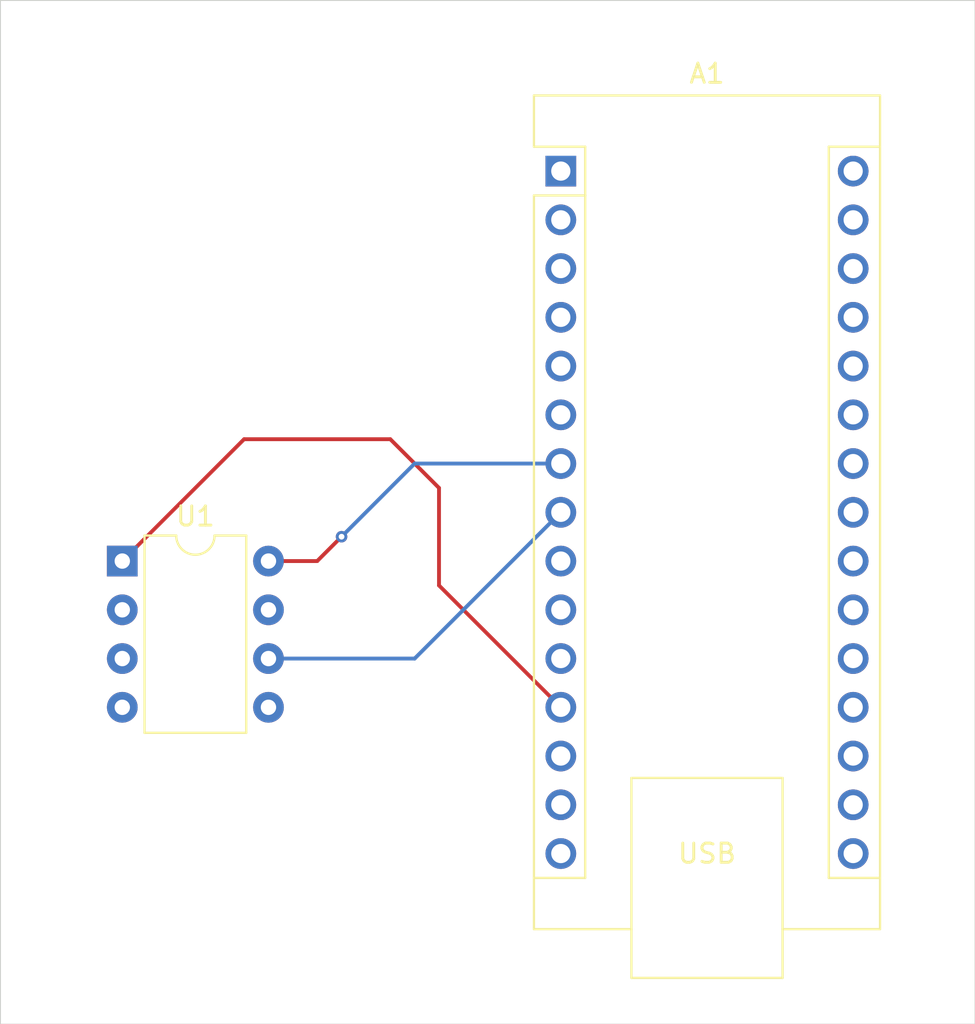
<source format=kicad_pcb>
(kicad_pcb (version 20240108) (generator "pcbnew") (generator_version "8.0")
  (layers (0 "F.Cu" signal) (31 "B.Cu" signal) (34 "B.Paste" user) (35 "F.Paste" user) (36 "B.SilkS" user "B.Silkscreen") (37 "F.SilkS" user "F.Silkscreen") (38 "B.Mask" user) (39 "F.Mask" user) (44 "Edge.Cuts" user))
  (net 0 "")
  (net 1 "Net-(A1-D5)")
  (net 4 "Net-(A1-D9)")
  (net 10 "Net-(A1-D4)")
  (footprint "Package_DIP:DIP-8_W7.62mm" (layer "F.Cu") (at 100.33 91.44)
    (property "Reference" "U1" (at 3.81 -2.33 0) (layer "F.SilkS"))
    (property "Value" "DG417LDJ_Maxim")
    (fp_line (start 1.16 -1.33) (end 1.16 8.95) (stroke (width 0.12)) (layer "F.SilkS"))
    (fp_line (start 1.16 8.95) (end 6.46 8.95) (stroke (width 0.12)) (layer "F.SilkS"))
    (fp_line (start 2.81 -1.33) (end 1.16 -1.33) (stroke (width 0.12)) (layer "F.SilkS"))
    (fp_line (start 6.46 -1.33) (end 4.81 -1.33) (stroke (width 0.12)) (layer "F.SilkS"))
    (fp_line (start 6.46 8.95) (end 6.46 -1.33) (stroke (width 0.12)) (layer "F.SilkS"))
    (fp_arc (start 4.81 -1.33) (mid 3.81 -0.33) (end 2.81 -1.33) (stroke (width 0.12)) (layer "F.SilkS"))
    (pad "1" thru_hole rect (at 0 0) (size 1.6 1.6) (drill 0.8) (layers "*.Cu" "*.Mask") (net 4 "Net-(A1-D9)"))
    (pad "2" thru_hole oval (at 0 2.54) (size 1.6 1.6) (drill 0.8) (layers "*.Cu" "*.Mask"))
    (pad "3" thru_hole oval (at 0 5.08) (size 1.6 1.6) (drill 0.8) (layers "*.Cu" "*.Mask"))
    (pad "4" thru_hole oval (at 0 7.62) (size 1.6 1.6) (drill 0.8) (layers "*.Cu" "*.Mask"))
    (pad "5" thru_hole oval (at 7.62 7.62) (size 1.6 1.6) (drill 0.8) (layers "*.Cu" "*.Mask"))
    (pad "6" thru_hole oval (at 7.62 5.08) (size 1.6 1.6) (drill 0.8) (layers "*.Cu" "*.Mask") (net 1 "Net-(A1-D5)"))
    (pad "7" thru_hole oval (at 7.62 2.54) (size 1.6 1.6) (drill 0.8) (layers "*.Cu" "*.Mask"))
    (pad "8" thru_hole oval (at 7.62 0) (size 1.6 1.6) (drill 0.8) (layers "*.Cu" "*.Mask") (net 10 "Net-(A1-D4)"))
  )
  (footprint "Module:Arduino_Nano" (layer "F.Cu") (at 123.19 71.12)
    (property "Reference" "A1" (at 7.62 -5.08 0) (layer "F.SilkS"))
    (property "Value" "Arduino_Nano_v2.x")
    (fp_line (start -1.4 -3.94) (end -1.4 -1.27) (stroke (width 0.12)) (layer "F.SilkS"))
    (fp_line (start -1.4 1.27) (end -1.4 39.5) (stroke (width 0.12)) (layer "F.SilkS"))
    (fp_line (start -1.4 39.5) (end 3.68 39.5) (stroke (width 0.12)) (layer "F.SilkS"))
    (fp_line (start 1.27 -1.27) (end -1.4 -1.27) (stroke (width 0.12)) (layer "F.SilkS"))
    (fp_line (start 1.27 1.27) (end -1.4 1.27) (stroke (width 0.12)) (layer "F.SilkS"))
    (fp_line (start 1.27 1.27) (end 1.27 -1.27) (stroke (width 0.12)) (layer "F.SilkS"))
    (fp_line (start 1.27 1.27) (end 1.27 36.83) (stroke (width 0.12)) (layer "F.SilkS"))
    (fp_line (start 1.27 36.83) (end -1.4 36.83) (stroke (width 0.12)) (layer "F.SilkS"))
    (fp_line (start 3.68 31.62) (end 11.56 31.62) (stroke (width 0.12)) (layer "F.SilkS"))
    (fp_line (start 3.68 42.04) (end 3.68 31.62) (stroke (width 0.12)) (layer "F.SilkS"))
    (fp_line (start 11.56 31.62) (end 11.56 42.04) (stroke (width 0.12)) (layer "F.SilkS"))
    (fp_line (start 11.56 42.04) (end 3.68 42.04) (stroke (width 0.12)) (layer "F.SilkS"))
    (fp_line (start 13.97 -1.27) (end 13.97 36.83) (stroke (width 0.12)) (layer "F.SilkS"))
    (fp_line (start 13.97 -1.27) (end 16.64 -1.27) (stroke (width 0.12)) (layer "F.SilkS"))
    (fp_line (start 13.97 36.83) (end 16.64 36.83) (stroke (width 0.12)) (layer "F.SilkS"))
    (fp_line (start 16.64 -3.94) (end -1.4 -3.94) (stroke (width 0.12)) (layer "F.SilkS"))
    (fp_line (start 16.64 39.5) (end 11.56 39.5) (stroke (width 0.12)) (layer "F.SilkS"))
    (fp_line (start 16.64 39.5) (end 16.64 -3.94) (stroke (width 0.12)) (layer "F.SilkS"))
    (fp_text user "USB" (at 7.62 35.56 0) (layer "F.SilkS"))
    (pad "1" thru_hole rect (at 0 0) (size 1.6 1.6) (drill 1) (layers "*.Cu" "*.Mask"))
    (pad "2" thru_hole oval (at 0 2.54) (size 1.6 1.6) (drill 1) (layers "*.Cu" "*.Mask"))
    (pad "3" thru_hole oval (at 0 5.08) (size 1.6 1.6) (drill 1) (layers "*.Cu" "*.Mask"))
    (pad "4" thru_hole oval (at 0 7.62) (size 1.6 1.6) (drill 1) (layers "*.Cu" "*.Mask"))
    (pad "5" thru_hole oval (at 0 10.16) (size 1.6 1.6) (drill 1) (layers "*.Cu" "*.Mask"))
    (pad "6" thru_hole oval (at 0 12.7) (size 1.6 1.6) (drill 1) (layers "*.Cu" "*.Mask"))
    (pad "7" thru_hole oval (at 0 15.24) (size 1.6 1.6) (drill 1) (layers "*.Cu" "*.Mask") (net 10 "Net-(A1-D4)"))
    (pad "8" thru_hole oval (at 0 17.78) (size 1.6 1.6) (drill 1) (layers "*.Cu" "*.Mask") (net 1 "Net-(A1-D5)"))
    (pad "9" thru_hole oval (at 0 20.32) (size 1.6 1.6) (drill 1) (layers "*.Cu" "*.Mask"))
    (pad "10" thru_hole oval (at 0 22.86) (size 1.6 1.6) (drill 1) (layers "*.Cu" "*.Mask"))
    (pad "11" thru_hole oval (at 0 25.4) (size 1.6 1.6) (drill 1) (layers "*.Cu" "*.Mask"))
    (pad "12" thru_hole oval (at 0 27.94) (size 1.6 1.6) (drill 1) (layers "*.Cu" "*.Mask") (net 4 "Net-(A1-D9)"))
    (pad "13" thru_hole oval (at 0 30.48) (size 1.6 1.6) (drill 1) (layers "*.Cu" "*.Mask"))
    (pad "14" thru_hole oval (at 0 33.02) (size 1.6 1.6) (drill 1) (layers "*.Cu" "*.Mask"))
    (pad "15" thru_hole oval (at 0 35.56) (size 1.6 1.6) (drill 1) (layers "*.Cu" "*.Mask"))
    (pad "16" thru_hole oval (at 15.24 35.56) (size 1.6 1.6) (drill 1) (layers "*.Cu" "*.Mask"))
    (pad "17" thru_hole oval (at 15.24 33.02) (size 1.6 1.6) (drill 1) (layers "*.Cu" "*.Mask"))
    (pad "18" thru_hole oval (at 15.24 30.48) (size 1.6 1.6) (drill 1) (layers "*.Cu" "*.Mask"))
    (pad "19" thru_hole oval (at 15.24 27.94) (size 1.6 1.6) (drill 1) (layers "*.Cu" "*.Mask"))
    (pad "20" thru_hole oval (at 15.24 25.4) (size 1.6 1.6) (drill 1) (layers "*.Cu" "*.Mask"))
    (pad "21" thru_hole oval (at 15.24 22.86) (size 1.6 1.6) (drill 1) (layers "*.Cu" "*.Mask"))
    (pad "22" thru_hole oval (at 15.24 20.32) (size 1.6 1.6) (drill 1) (layers "*.Cu" "*.Mask"))
    (pad "23" thru_hole oval (at 15.24 17.78) (size 1.6 1.6) (drill 1) (layers "*.Cu" "*.Mask"))
    (pad "24" thru_hole oval (at 15.24 15.24) (size 1.6 1.6) (drill 1) (layers "*.Cu" "*.Mask"))
    (pad "25" thru_hole oval (at 15.24 12.7) (size 1.6 1.6) (drill 1) (layers "*.Cu" "*.Mask"))
    (pad "26" thru_hole oval (at 15.24 10.16) (size 1.6 1.6) (drill 1) (layers "*.Cu" "*.Mask"))
    (pad "27" thru_hole oval (at 15.24 7.62) (size 1.6 1.6) (drill 1) (layers "*.Cu" "*.Mask"))
    (pad "28" thru_hole oval (at 15.24 5.08) (size 1.6 1.6) (drill 1) (layers "*.Cu" "*.Mask"))
    (pad "29" thru_hole oval (at 15.24 2.54) (size 1.6 1.6) (drill 1) (layers "*.Cu" "*.Mask"))
    (pad "30" thru_hole oval (at 15.24 0) (size 1.6 1.6) (drill 1) (layers "*.Cu" "*.Mask"))
  )
  (gr_line (start 144.78 115.57) (end 144.78 62.23) (stroke (width 0.05)) (layer "Edge.Cuts"))
  (gr_line (start 93.98 115.57) (end 144.78 115.57) (stroke (width 0.05)) (layer "Edge.Cuts"))
  (gr_line (start 93.98 62.23) (end 93.98 115.57) (stroke (width 0.05)) (layer "Edge.Cuts"))
  (gr_line (start 144.78 62.23) (end 93.98 62.23) (stroke (width 0.05)) (layer "Edge.Cuts"))
  (segment (start 115.57 96.52) (end 123.19 88.9) (width 0.2) (layer "B.Cu") (net 1))
  (segment (start 107.95 96.52) (end 115.57 96.52) (width 0.2) (layer "B.Cu") (net 1))
  (segment (start 106.68 85.09) (end 114.3 85.09) (width 0.2) (layer "F.Cu") (net 4))
  (segment (start 116.84 92.71) (end 123.19 99.06) (width 0.2) (layer "F.Cu") (net 4))
  (segment (start 100.33 91.44) (end 106.68 85.09) (width 0.2) (layer "F.Cu") (net 4))
  (segment (start 114.3 85.09) (end 116.84 87.63) (width 0.2) (layer "F.Cu") (net 4))
  (segment (start 116.84 87.63) (end 116.84 92.71) (width 0.2) (layer "F.Cu") (net 4))
  (segment (start 110.49 91.44) (end 111.76 90.17) (width 0.2) (layer "F.Cu") (net 10))
  (segment (start 107.95 91.44) (end 110.49 91.44) (width 0.2) (layer "F.Cu") (net 10))
  (via (at 111.76 90.17) (size 0.6) (drill 0.3) (layers "F.Cu" "B.Cu") (net 10))
  (segment (start 115.57 86.36) (end 123.19 86.36) (width 0.2) (layer "B.Cu") (net 10))
  (segment (start 111.76 90.17) (end 115.57 86.36) (width 0.2) (layer "B.Cu") (net 10))
)
</source>
